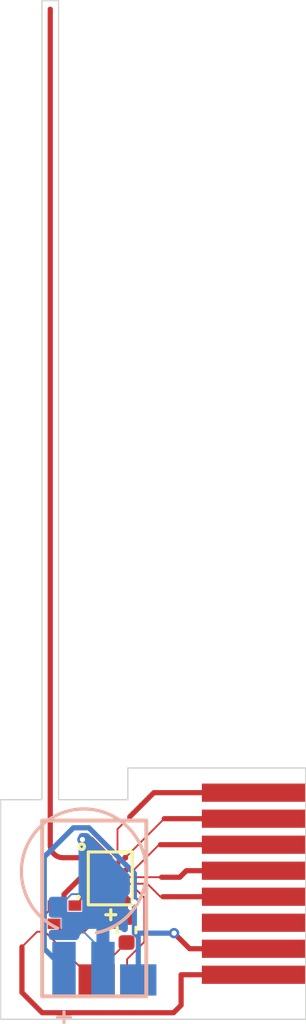
<source format=kicad_pcb>
(kicad_pcb (version 20240108) (generator "pcbnew") (generator_version "8.0")
  (layers (0 "F.Cu" signal) (31 "B.Cu" signal) (34 "B.Paste" user) (35 "F.Paste" user) (36 "B.SilkS" user "B.Silkscreen") (37 "F.SilkS" user "F.Silkscreen") (38 "B.Mask" user) (39 "F.Mask" user) (44 "Edge.Cuts" user))
  (net 0 "")
  (net 1 "/+VE")
  (net 2 "/GND")
  (net 3 "Net-(U1-RFIOp)")
  (net 5 "Net-(U1-XTAL32Mm)")
  (net 6 "Net-(U1-XTAL32Mp)")
  (net 7 "Net-(J1-Pin_2)")
  (net 8 "Net-(J1-Pin_3)")
  (net 9 "Net-(J1-Pin_4)")
  (net 10 "Net-(J1-Pin_5)")
  (net 11 "Net-(J1-Pin_6)")
  (net 12 "Net-(J1-Pin_1)")
  (footprint "" (layer "F.Cu") (at 154.5 94.2)
    (property "Reference" "" (at 0 0 0) (layer "F.SilkS") (effects (font (size 1.27 1.27))))
    (property "Value" "")
    (pad "2" smd rect (at 0 0 270) (size 1.2 1.4) (layers "B.Cu" "B.Paste" "B.Mask") (net 1 "/+VE"))
  )
  (footprint "Library:FPC_1x08_P1.00mm_plug_3mm" (layer "F.Cu") (at 156.95 90.5)
    (property "Reference" "J1" (hide yes))
    (property "Value" "Conn_01x08_Pin" (hide yes))
    (pad "1" connect rect (at 2 -3.5) (size 4 0.7) (layers "F.Cu" "F.Mask") (net 12 "Net-(J1-Pin_1)"))
    (pad "2" connect rect (at 2 -2.5) (size 4 0.7) (layers "F.Cu" "F.Mask") (net 7 "Net-(J1-Pin_2)"))
    (pad "3" connect rect (at 2 -1.5) (size 4 0.7) (layers "F.Cu" "F.Mask") (net 8 "Net-(J1-Pin_3)"))
    (pad "4" connect rect (at 2 -0.5) (size 4 0.7) (layers "F.Cu" "F.Mask") (net 9 "Net-(J1-Pin_4)"))
    (pad "5" connect rect (at 2 0.5) (size 4 0.7) (layers "F.Cu" "F.Mask") (net 10 "Net-(J1-Pin_5)"))
    (pad "6" connect rect (at 2 1.5) (size 4 0.7) (layers "F.Cu" "F.Mask") (net 11 "Net-(J1-Pin_6)"))
    (pad "7" connect rect (at 2 2.5) (size 4 0.7) (layers "F.Cu" "F.Mask") (net 1 "/+VE"))
    (pad "8" connect rect (at 2 3.5) (size 4 0.7) (layers "F.Cu" "F.Mask") (net 2 "/GND"))
  )
  (footprint "Library:Crystal_SMD_Abracon_ABM13W-4Pin_1.2x1.0mm" (layer "F.Cu") (at 151.66 91.69 180)
    (property "Reference" "Y1" (hide yes))
    (property "Value" "Crystal_GND24" (hide yes))
    (pad "1" smd rect (at -0.4 0.35 180) (size 0.5 0.4) (layers "F.Cu" "F.Paste" "F.Mask") (net 6 "Net-(U1-XTAL32Mp)"))
    (pad "2" smd rect (at 0.4 0.35 180) (size 0.5 0.4) (layers "F.Cu" "F.Paste" "F.Mask") (net 2 "/GND"))
    (pad "3" smd rect (at 0.4 -0.35 180) (size 0.5 0.4) (layers "F.Cu" "F.Paste" "F.Mask") (net 5 "Net-(U1-XTAL32Mm)"))
    (pad "4" smd rect (at -0.4 -0.35 180) (size 0.5 0.4) (layers "F.Cu" "F.Paste" "F.Mask") (net 2 "/GND"))
  )
  (footprint "Library:DA14531_17-ball_WLCSP" (layer "F.Cu") (at 153.422 90.295)
    (property "Reference" "U1" (hide yes))
    (property "Value" "DA14531_17-ball_WLCSP" (hide yes))
    (fp_line (start -0.8464 -1.0161) (end -0.8464 1.0161) (stroke (width 0.12)) (layer "F.SilkS"))
    (fp_line (start -0.8464 1.0161) (end 0.8474 1.0161) (stroke (width 0.12)) (layer "F.SilkS"))
    (fp_line (start 0.8474 -1.0161) (end -0.8464 -1.0161) (stroke (width 0.12)) (layer "F.SilkS"))
    (fp_line (start 0.8474 1.0161) (end 0.8474 -1.0161) (stroke (width 0.12)) (layer "F.SilkS"))
    (fp_circle (center -1.1004 -1.2193) (end -1.0242 -1.1431) (stroke (width 0.12)) (fill none) (layer "F.SilkS"))
    (pad "A1" smd circle (at -0.622 -0.795) (size 0.227 0.227) (layers "F.Cu" "F.Paste" "F.Mask") (net 3 "Net-(U1-RFIOp)"))
    (pad "A3" smd circle (at -0.022 -0.795) (size 0.227 0.227) (layers "F.Cu" "F.Paste" "F.Mask") (net 2 "/GND"))
    (pad "A5" smd circle (at 0.578 -0.795) (size 0.227 0.227) (layers "F.Cu" "F.Paste" "F.Mask") (net 7 "Net-(J1-Pin_2)"))
    (pad "B4" smd circle (at 0.278 -0.545) (size 0.227 0.227) (layers "F.Cu" "F.Paste" "F.Mask") (net 12 "Net-(J1-Pin_1)"))
    (pad "C1" smd circle (at -0.622 -0.295) (size 0.227 0.227) (layers "F.Cu" "F.Paste" "F.Mask") (net 2 "/GND"))
    (pad "C3" smd circle (at -0.022 -0.295) (size 0.227 0.227) (layers "F.Cu" "F.Paste" "F.Mask") (net 2 "/GND"))
    (pad "C5" smd circle (at 0.578 -0.295) (size 0.227 0.227) (layers "F.Cu" "F.Paste" "F.Mask") (net 8 "Net-(J1-Pin_3)"))
    (pad "D2" smd circle (at -0.322 -0.045) (size 0.227 0.227) (layers "F.Cu" "F.Paste" "F.Mask") (net 6 "Net-(U1-XTAL32Mp)"))
    (pad "D4" smd circle (at 0.278 -0.045) (size 0.227 0.227) (layers "F.Cu" "F.Paste" "F.Mask") (net 9 "Net-(J1-Pin_4)"))
    (pad "E1" smd circle (at -0.622 0.205) (size 0.227 0.227) (layers "F.Cu" "F.Paste" "F.Mask") (net 5 "Net-(U1-XTAL32Mm)"))
    (pad "E3" smd circle (at -0.022 0.205) (size 0.227 0.227) (layers "F.Cu" "F.Paste" "F.Mask") (net 2 "/GND"))
    (pad "E5" smd circle (at 0.578 0.205) (size 0.227 0.227) (layers "F.Cu" "F.Paste" "F.Mask") (net 10 "Net-(J1-Pin_5)"))
    (pad "F2" smd circle (at -0.322 0.455) (size 0.227 0.227) (layers "F.Cu" "F.Paste" "F.Mask") (net 2 "/GND"))
    (pad "F4" smd circle (at 0.278 0.455) (size 0.227 0.227) (layers "F.Cu" "F.Paste" "F.Mask") (net 11 "Net-(J1-Pin_6)"))
    (pad "G1" smd circle (at -0.622 0.705) (size 0.227 0.227) (layers "F.Cu" "F.Paste" "F.Mask") (net 1 "/+VE"))
    (pad "G3" smd circle (at -0.022 0.705) (size 0.227 0.227) (layers "F.Cu" "F.Paste" "F.Mask"))
    (pad "G5" smd circle (at 0.578 0.705) (size 0.227 0.227) (layers "F.Cu" "F.Paste" "F.Mask") (net 1 "/+VE"))
  )
  (footprint "" (layer "F.Cu") (at 154.5 94.2)
    (property "Reference" "" (at 0 0 0) (layer "F.SilkS") (effects (font (size 1.27 1.27))))
    (property "Value" "")
    (pad "2" smd rect (at 0 0 270) (size 1.2 1.4) (layers "F.Cu" "F.Paste" "F.Mask") (net 10 "Net-(J1-Pin_5)"))
  )
  (footprint "" (layer "F.Cu") (at 152.9 94.2)
    (property "Reference" "" (at 0 0 0) (layer "F.SilkS") (effects (font (size 1.27 1.27))))
    (property "Value" "")
    (pad "2" smd rect (at 0 0 270) (size 1.2 1.4) (layers "F.Cu" "F.Paste" "F.Mask") (net 2 "/GND"))
  )
  (footprint "Capacitor_SMD:C_0402_1005Metric" (layer "F.Cu") (at 154.05 92.28 -90)
    (property "Reference" "C1" (hide yes))
    (property "Value" "C" (hide yes))
    (fp_line (start -0.107836 0.36) (end 0.107836 0.36) (stroke (width 0.12)) (layer "F.SilkS"))
    (fp_line (start -0.107836 -0.36) (end 0.107836 -0.36) (stroke (width 0.12)) (layer "F.SilkS"))
    (pad "1" smd roundrect (at -0.48 0 270) (size 0.56 0.62) (layers "F.Cu" "F.Paste" "F.Mask") (net 1 "/+VE"))
    (pad "2" smd roundrect (at 0.48 0 270) (size 0.56 0.62) (layers "F.Cu" "F.Paste" "F.Mask") (net 2 "/GND"))
  )
  (footprint "MS412FE-FL26E:BAT_MS412FE-FL26E" (layer "B.Cu") (at 152.39 90.035 -90)
    (property "Reference" "A1" (hide yes))
    (property "Value" "BAT_MS412FE-FL26E" (hide yes))
    (fp_line (start 5.8 0.75) (end 5.4 0.75) (stroke (width 0.127)) (layer "B.SilkS"))
    (fp_line (start 5.6 0.5) (end 5.6 1) (stroke (width 0.127)) (layer "B.SilkS"))
    (fp_arc (start 2.175 1) (mid -2.393882 -0.293246) (end 2.35 -0.5) (stroke (width 0.127)) (layer "B.SilkS"))
    (pad "N1" smd rect (at 3.725 -0.75 270) (size 2.05 0.9) (layers "B.Cu" "B.Paste" "B.Mask") (net 2 "/GND"))
    (pad "P1" smd rect (at 3.725 0.75 270) (size 2.05 0.9) (layers "B.Cu" "B.Paste" "B.Mask") (net 1 "/+VE"))
  )
  (gr_arc (start 151.592607 89.496692) (mid 151.249908 89.353892) (end 151.11 89.01) (stroke (width 0.2)) (layer "F.Cu") (net 3))
  (gr_line (start 150.8 94.83) (end 154.81 94.83) (stroke (width 0.15)) (layer "B.SilkS"))
  (gr_line (start 154.81 88.07) (end 154.81 94.83) (stroke (width 0.15)) (layer "B.SilkS"))
  (gr_line (start 150.8 88.07) (end 154.81 88.07) (stroke (width 0.15)) (layer "B.SilkS"))
  (gr_line (start 150.8 94.83) (end 150.8 88.07) (stroke (width 0.15)) (layer "B.SilkS"))
  (gr_line (start 150.8 88.07) (end 154.81 88.07) (stroke (width 0.15)) (layer "F.SilkS"))
  (gr_line (start 154.81 88.07) (end 154.81 94.83) (stroke (width 0.15)) (layer "F.SilkS"))
  (gr_line (start 150.8 94.83) (end 150.8 88.07) (stroke (width 0.15)) (layer "F.SilkS"))
  (gr_line (start 150.8 94.83) (end 154.81 94.83) (stroke (width 0.15)) (layer "F.SilkS"))
  (gr_line (start 150.79 87.27) (end 150.79 56.55) (stroke (width 0.05)) (layer "Edge.Cuts"))
  (gr_line (start 150.79 87.27) (end 149.2 87.27) (stroke (width 0.05)) (layer "Edge.Cuts"))
  (gr_line (start 160.95 95.71) (end 160.95 86.05) (stroke (width 0.05)) (layer "Edge.Cuts"))
  (gr_line (start 149.2 87.27) (end 149.2 95.71) (stroke (width 0.05)) (layer "Edge.Cuts"))
  (gr_line (start 160.95 95.71) (end 149.2 95.71) (stroke (width 0.05)) (layer "Edge.Cuts"))
  (gr_line (start 151.43 56.55) (end 151.43 87.27) (stroke (width 0.05)) (layer "Edge.Cuts"))
  (gr_line (start 151.43 87.27) (end 154.1 87.27) (stroke (width 0.05)) (layer "Edge.Cuts"))
  (gr_line (start 154.1 86.05) (end 154.1 87.27) (stroke (width 0.05)) (layer "Edge.Cuts"))
  (gr_line (start 150.79 56.55) (end 151.43 56.55) (stroke (width 0.05)) (layer "Edge.Cuts"))
  (gr_line (start 160.95 86.05) (end 154.1 86.05) (stroke (width 0.05)) (layer "Edge.Cuts"))
  (gr_text "." (at 152 91.1 0) (layer "F.SilkS") (effects (font (size 0.5 0.5) (thickness 0.125)) (justify left bottom)))
  (gr_text "+" (at 153.05 91.95 0) (layer "F.SilkS") (effects (font (size 0.5 0.5) (thickness 0.125)) (justify left bottom)))
  (segment (start 154 91) (end 154 91.89) (width 0.2) (layer "F.Cu") (net 1))
  (segment (start 152.8 91) (end 153.74 91.94) (width 0.2) (layer "F.Cu") (net 1))
  (segment (start 154.2 91.2) (end 154 91) (width 0.2) (layer "F.Cu") (net 1))
  (segment (start 156.48 93) (end 158.95 93) (width 0.2) (layer "F.Cu") (net 1))
  (segment (start 154 91.89) (end 154.05 91.94) (width 0.2) (layer "F.Cu") (net 1))
  (segment (start 154.14 91.85) (end 154.05 91.94) (width 0.07) (layer "F.Cu") (net 1))
  (segment (start 154.35 91.2) (end 154.2 91.2) (width 0.2) (layer "F.Cu") (net 1))
  (segment (start 155.88 92.4) (end 156.48 93) (width 0.2) (layer "F.Cu") (net 1))
  (segment (start 154.05 91.94) (end 154.05 91.8) (width 0.2) (layer "F.Cu") (net 1))
  (segment (start 153.74 91.94) (end 154.05 91.94) (width 0.2) (layer "F.Cu") (net 1))
  (via (at 155.88 92.4) (size 0.4) (drill 0.2) (layers "F.Cu" "B.Cu") (net 1))
  (via (at 154.35 91.2) (size 0.4) (drill 0.2) (layers "F.Cu" "B.Cu") (net 1))
  (segment (start 154.35 92.4) (end 155.3 92.4) (width 0.2) (layer "B.Cu") (net 1))
  (segment (start 154.35 92.4) (end 154.35 91.2) (width 0.2) (layer "B.Cu") (net 1))
  (segment (start 151.64 93.76) (end 150.88 93) (width 0.2) (layer "B.Cu") (net 1))
  (segment (start 154.5 92.55) (end 154.5 94.2) (width 0.2) (layer "B.Cu") (net 1))
  (segment (start 150.88 89.47) (end 152 88.35) (width 0.2) (layer "B.Cu") (net 1))
  (segment (start 150.88 93) (end 150.88 89.47) (width 0.2) (layer "B.Cu") (net 1))
  (segment (start 152 88.35) (end 152.6 88.35) (width 0.2) (layer "B.Cu") (net 1))
  (segment (start 152.6 88.35) (end 154.35 90.1) (width 0.2) (layer "B.Cu") (net 1))
  (segment (start 155.3 92.4) (end 155.88 92.4) (width 0.2) (layer "B.Cu") (net 1))
  (segment (start 154.35 90.1) (end 154.35 91.2) (width 0.2) (layer "B.Cu") (net 1))
  (segment (start 154.35 92.4) (end 154.5 92.55) (width 0.2) (layer "B.Cu") (net 1))
  (segment (start 152.35 88.8) (end 152.33 88.78) (width 0.2) (layer "F.Cu") (net 2))
  (segment (start 153.2865 89.8865) (end 152.9135 89.8865) (width 0.2) (layer "F.Cu") (net 2))
  (segment (start 151.36 91.34) (end 152.06 92.04) (width 0.2) (layer "F.Cu") (net 2))
  (segment (start 150.905 92.345) (end 150.905 91.695) (width 0.07) (layer "F.Cu") (net 2))
  (segment (start 150.905 92.345) (end 150.605 92.345) (width 0.07) (layer "F.Cu") (net 2))
  (segment (start 150.905 91.695) (end 151.26 91.34) (width 0.07) (layer "F.Cu") (net 2))
  (segment (start 153.2865 89.8865) (end 153.2865 89.6135) (width 0.2) (layer "F.Cu") (net 2))
  (segment (start 156.15 95.17) (end 156.15 94) (width 0.2) (layer "F.Cu") (net 2))
  (segment (start 151.64 91.16) (end 151.64 90.91) (width 0.2) (layer "F.Cu") (net 2))
  (segment (start 153.2865 89.6135) (end 153.4 89.5) (width 0.2) (layer "F.Cu") (net 2))
  (segment (start 152.7 88.8) (end 153.4 89.5) (width 0.2) (layer "F.Cu") (net 2))
  (segment (start 153.4 90) (end 153.4 90.5) (width 0.1) (layer "F.Cu") (net 2))
  (segment (start 150.02 92.93) (end 150.02 94.68) (width 0.2) (layer "F.Cu") (net 2))
  (segment (start 153 94.1) (end 152.9 94.2) (width 0.07) (layer "F.Cu") (net 2))
  (segment (start 150.605 92.345) (end 150.02 92.93) (width 0.07) (layer "F.Cu") (net 2))
  (segment (start 153.4 90) (end 153.2865 89.8865) (width 0.2) (layer "F.Cu") (net 2))
  (segment (start 151.46 91.34) (end 151.64 91.16) (width 0.2) (layer "F.Cu") (net 2))
  (segment (start 153 93.81) (end 153 94.1) (width 0.07) (layer "F.Cu") (net 2))
  (segment (start 151.64 90.91) (end 152.55 90) (width 0.2) (layer "F.Cu") (net 2))
  (segment (start 153.4 90.5) (end 153.35 90.5) (width 0.2) (layer "F.Cu") (net 2))
  (segment (start 152.55 90) (end 152.8 90) (width 0.2) (layer "F.Cu") (net 2))
  (segment (start 154.05 92.76) (end 153 93.81) (width 0.07) (layer "F.Cu") (net 2))
  (segment (start 152.9135 89.8865) (end 152.8 90) (width 0.2) (layer "F.Cu") (net 2))
  (segment (start 152.76 94.2) (end 150.905 92.345) (width 0.07) (layer "F.Cu") (net 2))
  (segment (start 150.02 94.68) (end 150.8 95.46) (width 0.2) (layer "F.Cu") (net 2))
  (segment (start 152.35 88.8) (end 152.7 88.8) (width 0.2) (layer "F.Cu") (net 2))
  (segment (start 150.8 95.46) (end 155.86 95.46) (width 0.2) (layer "F.Cu") (net 2))
  (segment (start 151.26 91.34) (end 151.46 91.34) (width 0.2) (layer "F.Cu") (net 2))
  (segment (start 156.15 94) (end 157.7 94) (width 0.2) (layer "F.Cu") (net 2))
  (segment (start 151.26 91.34) (end 151.36 91.34) (width 0.2) (layer "F.Cu") (net 2))
  (segment (start 153.35 90.5) (end 153.1 90.75) (width 0.2) (layer "F.Cu") (net 2))
  (segment (start 155.86 95.46) (end 156.15 95.17) (width 0.2) (layer "F.Cu") (net 2))
  (segment (start 152.9 94.2) (end 152.76 94.2) (width 0.07) (layer "F.Cu") (net 2))
  (via (at 152.35 88.8) (size 0.4) (drill 0.2) (layers "F.Cu" "B.Cu") (net 2))
  (segment (start 151.5 91.330502) (end 151.930502 90.9) (width 0.07) (layer "B.Cu") (net 2))
  (segment (start 152.35 90.9) (end 152.35 88.8) (width 0.07) (layer "B.Cu") (net 2))
  (segment (start 153.14 93.76) (end 153.14 93.09) (width 0.07) (layer "B.Cu") (net 2))
  (segment (start 151.930502 90.9) (end 152.35 90.9) (width 0.07) (layer "B.Cu") (net 2))
  (segment (start 151.5 91.45) (end 151.5 91.330502) (width 0.07) (layer "B.Cu") (net 2))
  (segment (start 153.14 93.09) (end 151.5 91.45) (width 0.07) (layer "B.Cu") (net 2))
  (segment (start 152.79 89.5) (end 151.595915 89.5) (width 0.2) (layer "F.Cu") (net 3))
  (segment (start 151.595915 89.5) (end 151.592607 89.496692) (width 0.2) (layer "F.Cu") (net 3))
  (segment (start 151.11 88.98) (end 151.11 56.88) (width 0.2) (layer "F.Cu") (net 3))
  (segment (start 152.5665 90.7335) (end 152.5665 92.1835) (width 0.1) (layer "F.Cu") (net 5))
  (segment (start 151.58 92.36) (end 151.26 92.04) (width 0.1) (layer "F.Cu") (net 5))
  (segment (start 152.8 90.5) (end 152.5665 90.7335) (width 0.1) (layer "F.Cu") (net 5))
  (segment (start 152.5665 92.1835) (end 152.39 92.36) (width 0.1) (layer "F.Cu") (net 5))
  (segment (start 152.39 92.36) (end 151.58 92.36) (width 0.1) (layer "F.Cu") (net 5))
  (segment (start 152.62 90.25) (end 152.4 90.47) (width 0.07) (layer "F.Cu") (net 6))
  (segment (start 152.4 90.47) (end 152.4 91) (width 0.07) (layer "F.Cu") (net 6))
  (segment (start 153.1 90.25) (end 152.62 90.25) (width 0.07) (layer "F.Cu") (net 6))
  (segment (start 152.4 91) (end 152.06 91.34) (width 0.07) (layer "F.Cu") (net 6))
  (segment (start 154 89.5) (end 155.5 88) (width 0.07) (layer "F.Cu") (net 7))
  (segment (start 155.5 88) (end 158.95 88) (width 0.2) (layer "F.Cu") (net 7))
  (segment (start 155.3 89) (end 154.3 90) (width 0.07) (layer "F.Cu") (net 8))
  (segment (start 155.35 89) (end 158.95 89) (width 0.2) (layer "F.Cu") (net 8))
  (segment (start 154.3 90) (end 154 90) (width 0.07) (layer "F.Cu") (net 8))
  (segment (start 155.35 89) (end 155.3 89) (width 0.07) (layer "F.Cu") (net 8))
  (segment (start 156.35 90) (end 156.4 90) (width 0.2) (layer "F.Cu") (net 9))
  (segment (start 156.1 90.25) (end 156.35 90) (width 0.2) (layer "F.Cu") (net 9))
  (segment (start 155.4 90.25) (end 156.1 90.25) (width 0.2) (layer "F.Cu") (net 9))
  (segment (start 156.4 90) (end 158.95 90) (width 0.2) (layer "F.Cu") (net 9))
  (segment (start 153.7 90.25) (end 155.4 90.25) (width 0.07) (layer "F.Cu") (net 9))
  (segment (start 155.45 91) (end 158.95 91) (width 0.2) (layer "F.Cu") (net 10))
  (segment (start 154.735 92.735364) (end 154.735 91.040527) (width 0.07) (layer "F.Cu") (net 10))
  (segment (start 154.85 90.5) (end 154 90.5) (width 0.07) (layer "F.Cu") (net 10))
  (segment (start 155.35 91) (end 154.85 90.5) (width 0.07) (layer "F.Cu") (net 10))
  (segment (start 154.070364 93.770364) (end 154.070364 93.4) (width 0.07) (layer "F.Cu") (net 10))
  (segment (start 154.194473 90.5) (end 154 90.5) (width 0.07) (layer "F.Cu") (net 10))
  (segment (start 154 90.5) (end 154.2 90.5) (width 0.07) (layer "F.Cu") (net 10))
  (segment (start 154.5 94.2) (end 154.070364 93.770364) (width 0.07) (layer "F.Cu") (net 10))
  (segment (start 154.070364 93.4) (end 154.735 92.735364) (width 0.07) (layer "F.Cu") (net 10))
  (segment (start 154.735 91.040527) (end 154.247236 90.552764) (width 0.07) (layer "F.Cu") (net 10))
  (segment (start 154.2 90.5) (end 154.247236 90.547236) (width 0.07) (layer "F.Cu") (net 10))
  (segment (start 155.45 91) (end 155.35 91) (width 0.07) (layer "F.Cu") (net 10))
  (segment (start 154.247236 90.547236) (end 154.247236 90.552764) (width 0.07) (layer "F.Cu") (net 10))
  (segment (start 154.247236 90.552764) (end 154.194473 90.5) (width 0.07) (layer "F.Cu") (net 10))
  (segment (start 154.175 87.925) (end 153.7 88.4) (width 0.07) (layer "F.Cu") (net 12))
  (segment (start 153.7 88.4) (end 153.7 89.75) (width 0.07) (layer "F.Cu") (net 12))
  (segment (start 155.1 87) (end 158.95 87) (width 0.2) (layer "F.Cu") (net 12))
  (segment (start 154.175 87.925) (end 155.1 87) (width 0.2) (layer "F.Cu") (net 12))
  (zone (net 0) (net_name "") (layer "B.Cu") (connect_pads (clearance 0)) (min_thickness 0.25)
    (keepout (tracks allowed) (vias allowed) (pads allowed) (copperpour not_allowed) (footprints allowed))
    (fill (thermal_gap 0.5) (thermal_bridge_width 0.5))
    (polygon (pts (xy 152.2 88.55) (xy 152.2 91) (xy 151 91) (xy 151 88.55)))
  )
  (zone (net 0) (net_name "") (layer "B.Cu") (connect_pads (clearance 0)) (min_thickness 0.25)
    (keepout (tracks not_allowed) (vias not_allowed) (pads not_allowed) (copperpour not_allowed) (footprints allowed))
    (fill (thermal_gap 0.5) (thermal_bridge_width 0.5))
    (polygon (pts (xy 152.34 91.11) (xy 152.34 91.58) (xy 151.77 91.58) (xy 151.77 91.11)))
  )
  (zone (net 0) (net_name "") (layer "B.Cu") (connect_pads (clearance 0)) (min_thickness 0.25)
    (keepout (tracks allowed) (vias not_allowed) (pads not_allowed) (copperpour not_allowed) (footprints allowed))
    (fill (thermal_gap 0.5) (thermal_bridge_width 0.5))
    (polygon (pts (xy 154.45 93.2) (xy 155.4 93.2) (xy 155.4 88.55) (xy 154.45 88.55)))
  )
  (zone (net 0) (net_name "") (layer "B.Cu") (connect_pads (clearance 0)) (min_thickness 0.25)
    (keepout (tracks allowed) (vias not_allowed) (pads not_allowed) (copperpour not_allowed) (footprints allowed))
    (fill (thermal_gap 0.5) (thermal_bridge_width 0.5))
    (polygon (pts (xy 150.1 93.2) (xy 151.05 93.2) (xy 151.05 88.55) (xy 150.1 88.55)))
  )
  (zone (net 0) (net_name "") (layer "B.Cu") (connect_pads (clearance 0)) (min_thickness 0.25)
    (keepout (tracks allowed) (vias not_allowed) (pads not_allowed) (copperpour not_allowed) (footprints allowed))
    (fill (thermal_gap 0.5) (thermal_bridge_width 0.5))
    (polygon (pts (xy 150.1 88.55) (xy 155.4 88.55) (xy 155.4 87.65) (xy 150.1 87.65)))
  )
  (zone (net 2) (net_name "/GND") (layer "B.Cu") (priority 1) (connect_pads (clearance 0)) (min_thickness 0.25) (fill yes (thermal_gap 0.5) (thermal_bridge_width 0.5))
    (polygon (pts (xy 150.1 87.65) (xy 155.4 87.65) (xy 155.4 94.2) (xy 150.1 94.2)))
  )
  (zone (net 0) (net_name "") (layer "B.Cu") (connect_pads (clearance 0)) (min_thickness 0.25)
    (keepout (tracks allowed) (vias not_allowed) (pads not_allowed) (copperpour not_allowed) (footprints allowed))
    (fill (thermal_gap 0.5) (thermal_bridge_width 0.5))
    (polygon (pts (xy 150.1 94.2) (xy 155.4 94.2) (xy 155.4 93.2) (xy 150.1 93.2)))
  )
  (zone (net 0) (net_name "") (layer "B.Cu") (connect_pads (clearance 0)) (min_thickness 0.25)
    (keepout (tracks not_allowed) (vias not_allowed) (pads not_allowed) (copperpour not_allowed) (footprints allowed))
    (fill (thermal_gap 0.5) (thermal_bridge_width 0.5))
    (polygon (pts (xy 150.98 91.81) (xy 151.54 91.81) (xy 151.54 92.27) (xy 150.98 92.27)))
  )
  (zone (net 0) (net_name "") (layer "B.Cu") (connect_pads (clearance 0)) (min_thickness 0.25)
    (keepout (tracks allowed) (vias allowed) (pads allowed) (copperpour not_allowed) (footprints allowed))
    (fill (thermal_gap 0.5) (thermal_bridge_width 0.5))
    (polygon (pts (xy 153.5 92.5) (xy 154.1 92.5) (xy 154.1 91.85) (xy 154.6 91.85) (xy 154.6 93.25) (xy 153.5 93.25)))
  )
)
</source>
